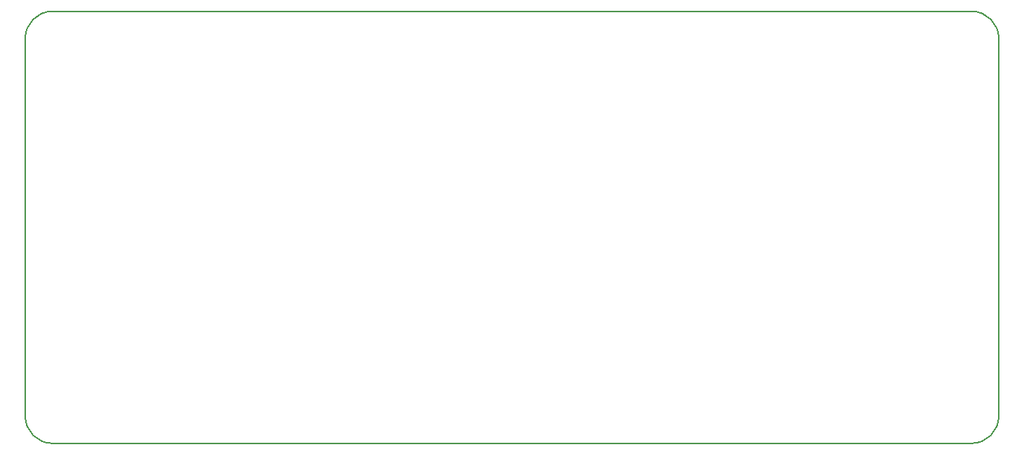
<source format=gbr>
G04 #@! TF.FileFunction,Profile,NP*
%FSLAX46Y46*%
G04 Gerber Fmt 4.6, Leading zero omitted, Abs format (unit mm)*
G04 Created by KiCad (PCBNEW 4.0.7-e2-6376~58~ubuntu16.04.1) date Wed Jan 17 11:07:31 2018*
%MOMM*%
%LPD*%
G01*
G04 APERTURE LIST*
%ADD10C,0.100000*%
%ADD11C,0.200000*%
G04 APERTURE END LIST*
D10*
D11*
X50800000Y-98425000D02*
X50800000Y-53975000D01*
X161925000Y-101600000D02*
X53975000Y-101600000D01*
X165100000Y-53975000D02*
X165100000Y-98425000D01*
X53975000Y-50800000D02*
X161925000Y-50800000D01*
X50800000Y-98425000D02*
G75*
G03X53975000Y-101600000I3175000J0D01*
G01*
X161925000Y-101600000D02*
G75*
G03X165100000Y-98425000I0J3175000D01*
G01*
X165100000Y-53975000D02*
G75*
G03X161925000Y-50800000I-3175000J0D01*
G01*
X53975000Y-50800000D02*
G75*
G03X50800000Y-53975000I0J-3175000D01*
G01*
M02*

</source>
